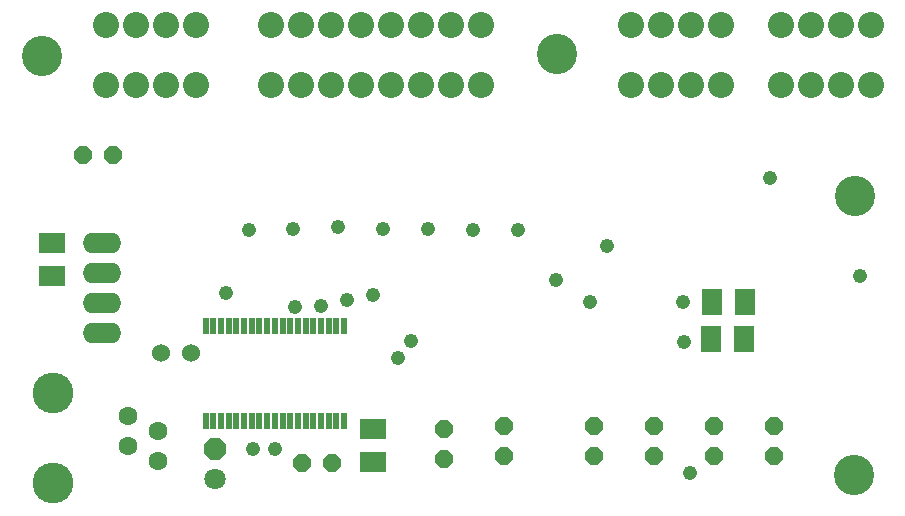
<source format=gbr>
G75*
G70*
%OFA0B0*%
%FSLAX24Y24*%
%IPPOS*%
%LPD*%
%AMOC8*
5,1,8,0,0,1.08239X$1,22.5*
%
%ADD10C,0.1340*%
%ADD11C,0.0867*%
%ADD12C,0.0710*%
%ADD13OC8,0.0710*%
%ADD14C,0.0630*%
%ADD15C,0.1360*%
%ADD16C,0.0600*%
%ADD17R,0.0198X0.0533*%
%ADD18O,0.1280X0.0680*%
%ADD19OC8,0.0600*%
%ADD20R,0.0867X0.0710*%
%ADD21R,0.0710X0.0867*%
%ADD22C,0.0476*%
D10*
X003572Y016871D03*
X020752Y016911D03*
X030682Y012191D03*
X030662Y002901D03*
D11*
X030212Y015891D03*
X029212Y015891D03*
X028212Y015891D03*
X026212Y015891D03*
X025212Y015891D03*
X024212Y015891D03*
X023212Y015891D03*
X023212Y017887D03*
X024212Y017887D03*
X025212Y017887D03*
X026212Y017887D03*
X028212Y017887D03*
X029212Y017887D03*
X030212Y017887D03*
X031212Y017887D03*
X031212Y015891D03*
X018212Y015891D03*
X017212Y015891D03*
X016212Y015891D03*
X015212Y015891D03*
X014212Y015891D03*
X013212Y015891D03*
X012212Y015891D03*
X011212Y015891D03*
X008712Y015891D03*
X007712Y015891D03*
X006712Y015891D03*
X005712Y015891D03*
X005712Y017887D03*
X006712Y017887D03*
X007712Y017887D03*
X008712Y017887D03*
X011212Y017887D03*
X012212Y017887D03*
X013212Y017887D03*
X014212Y017887D03*
X015212Y017887D03*
X016212Y017887D03*
X017212Y017887D03*
X018212Y017887D03*
D12*
X009342Y002751D03*
D13*
X009342Y003751D03*
D14*
X007452Y003361D03*
X006452Y003861D03*
X007452Y004361D03*
X006452Y004861D03*
D15*
X003952Y002611D03*
X003952Y005611D03*
D16*
X007562Y006971D03*
X008562Y006971D03*
D17*
X009042Y007851D03*
X009298Y007851D03*
X009554Y007851D03*
X009810Y007851D03*
X010065Y007851D03*
X010321Y007851D03*
X010577Y007851D03*
X010833Y007851D03*
X011089Y007851D03*
X011345Y007851D03*
X011601Y007851D03*
X011857Y007851D03*
X012113Y007851D03*
X012369Y007851D03*
X012624Y007851D03*
X012880Y007851D03*
X013136Y007851D03*
X013392Y007851D03*
X013648Y007851D03*
X013648Y004682D03*
X013392Y004682D03*
X013136Y004682D03*
X012880Y004682D03*
X012624Y004682D03*
X012369Y004682D03*
X012113Y004682D03*
X011857Y004682D03*
X011601Y004682D03*
X011345Y004682D03*
X011089Y004682D03*
X010833Y004682D03*
X010577Y004682D03*
X010321Y004682D03*
X010065Y004682D03*
X009810Y004682D03*
X009554Y004682D03*
X009298Y004682D03*
X009042Y004682D03*
D18*
X005582Y007611D03*
X005582Y008611D03*
X005582Y009611D03*
X005582Y010611D03*
D19*
X005962Y013541D03*
X004962Y013541D03*
X016992Y004411D03*
X016992Y003411D03*
X018992Y003511D03*
X018992Y004511D03*
X021985Y004529D03*
X021985Y003529D03*
X023977Y003521D03*
X023977Y004521D03*
X025981Y004521D03*
X025981Y003521D03*
X027981Y003521D03*
X027981Y004521D03*
X013252Y003291D03*
X012252Y003291D03*
D20*
X014602Y003310D03*
X014602Y004412D03*
X003912Y009530D03*
X003912Y010632D03*
D21*
X025922Y008663D03*
X027024Y008663D03*
X026993Y007423D03*
X025890Y007423D03*
D22*
X024972Y007311D03*
X024942Y008671D03*
X021862Y008671D03*
X020712Y009391D03*
X022402Y010521D03*
X019442Y011071D03*
X017962Y011061D03*
X016442Y011101D03*
X014962Y011091D03*
X013442Y011161D03*
X011962Y011101D03*
X010472Y011071D03*
X009722Y008961D03*
X012012Y008491D03*
X012882Y008521D03*
X013742Y008711D03*
X014612Y008891D03*
X015882Y007361D03*
X015462Y006781D03*
X011352Y003751D03*
X010612Y003751D03*
X025172Y002971D03*
X030847Y009517D03*
X027842Y012781D03*
M02*

</source>
